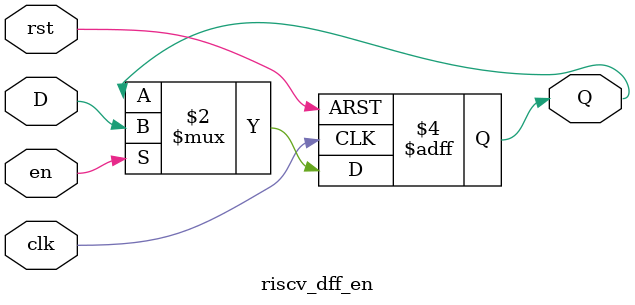
<source format=sv>
module riscv_dff_en #(parameter N = 1) (
  input  logic         clk,
  input  logic         rst,
  input  logic         en ,
  input  logic [N-1:0] D  ,
  output logic [N-1:0] Q
);
  always_ff @(posedge clk or posedge rst) begin
    if(rst)
      Q <= 'b0;
    else if(en)
      Q <= D;
  end
endmodule
</source>
